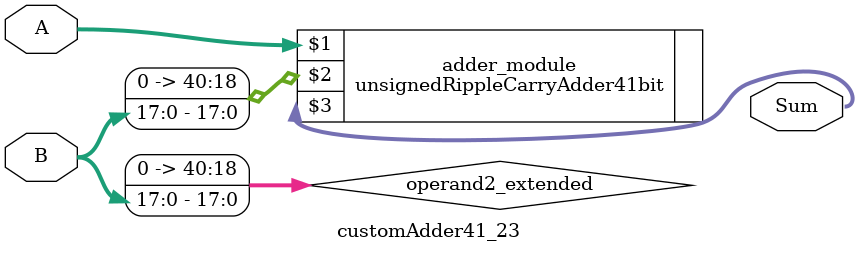
<source format=v>
module customAdder41_23(
                        input [40 : 0] A,
                        input [17 : 0] B,
                        
                        output [41 : 0] Sum
                );

        wire [40 : 0] operand2_extended;
        
        assign operand2_extended =  {23'b0, B};
        
        unsignedRippleCarryAdder41bit adder_module(
            A,
            operand2_extended,
            Sum
        );
        
        endmodule
        
</source>
